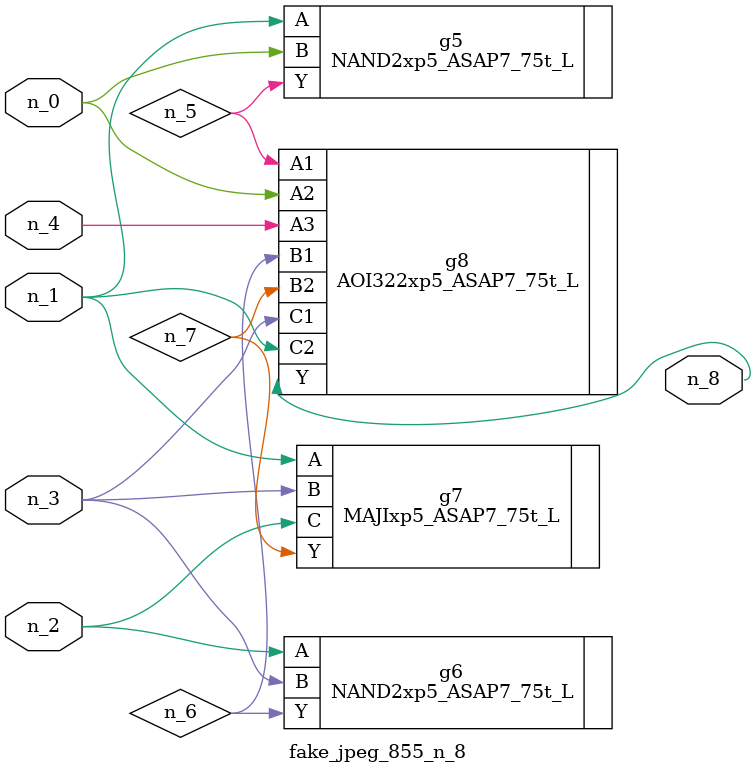
<source format=v>
module fake_jpeg_855_n_8 (n_3, n_2, n_1, n_0, n_4, n_8);

input n_3;
input n_2;
input n_1;
input n_0;
input n_4;

output n_8;

wire n_6;
wire n_5;
wire n_7;

NAND2xp5_ASAP7_75t_L g5 ( 
.A(n_1),
.B(n_0),
.Y(n_5)
);

NAND2xp5_ASAP7_75t_L g6 ( 
.A(n_2),
.B(n_3),
.Y(n_6)
);

MAJIxp5_ASAP7_75t_L g7 ( 
.A(n_1),
.B(n_3),
.C(n_2),
.Y(n_7)
);

AOI322xp5_ASAP7_75t_L g8 ( 
.A1(n_5),
.A2(n_0),
.A3(n_4),
.B1(n_6),
.B2(n_7),
.C1(n_3),
.C2(n_1),
.Y(n_8)
);


endmodule
</source>
